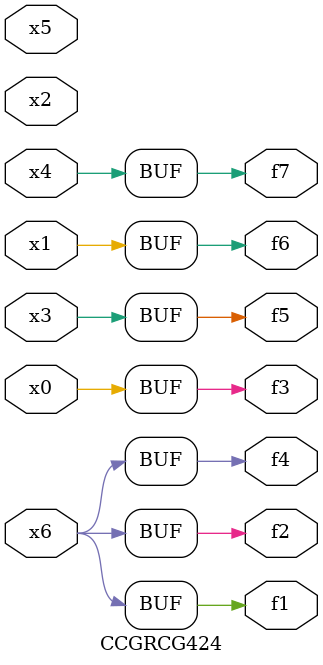
<source format=v>
module CCGRCG424(
	input x0, x1, x2, x3, x4, x5, x6,
	output f1, f2, f3, f4, f5, f6, f7
);
	assign f1 = x6;
	assign f2 = x6;
	assign f3 = x0;
	assign f4 = x6;
	assign f5 = x3;
	assign f6 = x1;
	assign f7 = x4;
endmodule

</source>
